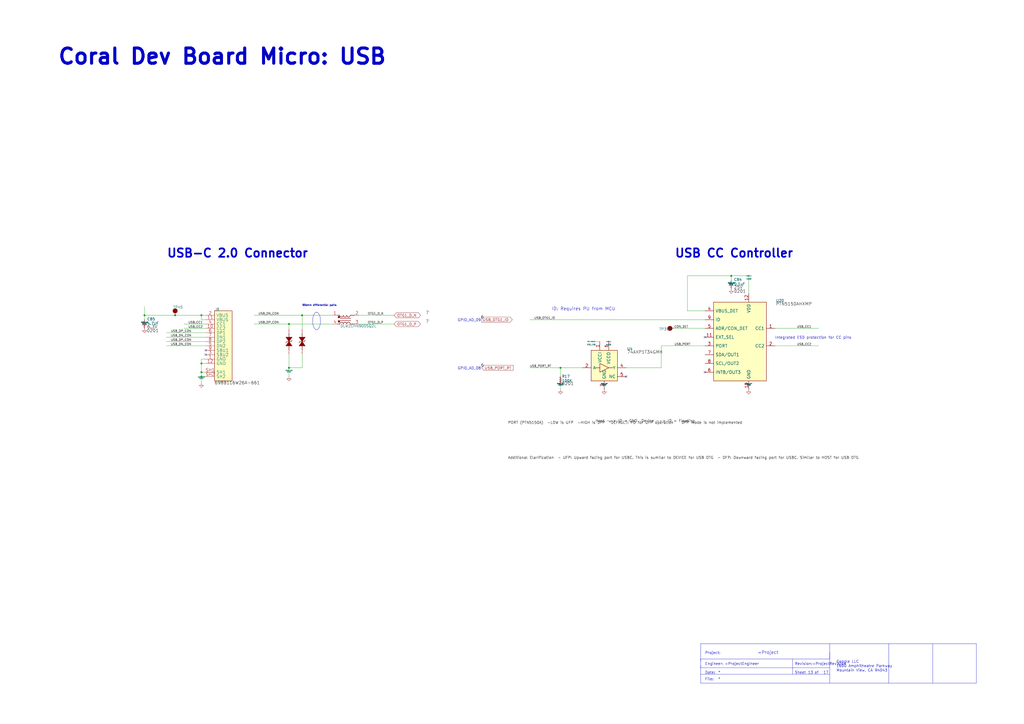
<source format=kicad_sch>
(kicad_sch (version 20230121) (generator eeschema)
  (paper "A2")
  (title_block (title "13 USB-SchDoc") (date "31 01 2024"))
  (lib_symbols
    (symbol "13 USB-SchDoc-rescue:CONN_EDAC_690-W16-290T131-" (pin_names (offset 1.016))
      (property "Reference" "J" (at 0 0 0))
      (property "Value" "CONN_EDAC_690-W16-290T131" (at 0 0 0))
      (symbol "CONN_EDAC_690-W16-290T131-_0_1"
        (rectangle (start 0 -40.64) (end 10.16 0) (stroke (width 0.254)) (fill (type background)))
        (pin power_in line (at -5.08 -27.94 0) (length 5.08) (name "GND") (number "1"))
        (pin passive line (at -5.08 -10.16 0) (length 5.08) (name "CC2") (number "10"))
        (pin power_in line (at -5.08 -5.08 0) (length 5.08) (name "VBUS") (number "11"))
        (pin power_in line (at -5.08 -30.48 0) (length 5.08) (name "GND") (number "12"))
        (pin power_in line (at -5.08 -2.54 0) (length 5.08) (name "VBUS") (number "2"))
        (pin passive line (at -5.08 -25.4 0) (length 5.08) (name "SBU2") (number "3"))
        (pin passive line (at -5.08 -7.62 0) (length 5.08) (name "CC1") (number "4"))
        (pin passive line (at -5.08 -20.32 0) (length 5.08) (name "DN2") (number "5"))
        (pin passive line (at -5.08 -12.7 0) (length 5.08) (name "DP1") (number "6"))
        (pin power_in line (at -5.08 -15.24 0) (length 5.08) (name "DN1") (number "7"))
        (pin power_in line (at -5.08 -17.78 0) (length 5.08) (name "DP2") (number "8"))
        (pin passive line (at -5.08 -22.86 0) (length 5.08) (name "SBU1") (number "9"))
        (pin passive line (at -5.08 -35.56 0) (length 5.08) (name "SH1") (number "SH1"))
        (pin passive line (at -5.08 -38.1 0) (length 5.08) (name "SH2") (number "SH2"))
      )
    )
    (symbol "13 USB-SchDoc-rescue:CONTROLLER_PTN5150AHXMP-" (pin_names (offset 1.016))
      (property "Reference" "U" (at 36.068 0 0))
      (property "Value" "CONTROLLER_PTN5150AHXMP" (at 0 0 0))
      (symbol "CONTROLLER_PTN5150AHXMP-_0_1"
        (rectangle (start 0 -45.72) (end 30.48 0) (stroke (width 0.254)) (fill (type background)))
        (pin bidirectional line (at 35.56 -15.24 180) (length 5.08) (name "CC1") (number "1"))
        (pin power_in line (at 20.32 -50.8 90) (length 5.08) (name "GND") (number "10"))
        (pin output line (at -5.08 -20.32 0) (length 5.08) (name "EXT_SEL") (number "11"))
        (pin power_in line (at 20.32 5.08 270) (length 5.08) (name "VDD") (number "12"))
        (pin bidirectional line (at 35.56 -25.4 180) (length 5.08) (name "CC2") (number "2"))
        (pin input line (at -5.08 -25.4 0) (length 5.08) (name "PORT") (number "3"))
        (pin input line (at -5.08 -5.08 0) (length 5.08) (name "VBUS_DET") (number "4"))
        (pin bidirectional line (at -5.08 -15.24 0) (length 5.08) (name "ADR/CON_DET") (number "5"))
        (pin output line (at -5.08 -40.64 0) (length 5.08) (name "INTB/OUT3") (number "6"))
        (pin bidirectional line (at -5.08 -30.48 0) (length 5.08) (name "SDA/OUT1") (number "7"))
        (pin bidirectional line (at -5.08 -35.56 0) (length 5.08) (name "SCL/OUT2") (number "8"))
        (pin output line (at -5.08 -10.16 0) (length 5.08) (name "ID") (number "9"))
      )
    )
    (symbol "13 USB-SchDoc-rescue:DIODE_BI-DIR_TRIG-" (pin_names (offset 1.016))
      (property "Reference" "IC" (at 0 0 0))
      (property "Value" "DIODE_BI-DIR_TRIG" (at 0 0 0))
      (symbol "DIODE_BI-DIR_TRIG-_0_1"
        (polyline (pts (xy 0 -2.54) (xy 2.54 -2.54)) (stroke (width 0.254)))
        (polyline (pts (xy 5.08 -3.81) (xy 5.842 -4.318)) (stroke (width 0.254)))
        (polyline (pts (xy 5.08 -1.27) (xy 4.318 -0.762)) (stroke (width 0.254)))
        (polyline (pts (xy 5.08 -1.27) (xy 5.08 -3.81)) (stroke (width 0.254)))
        (polyline (pts (xy 7.62 -2.54) (xy 10.16 -2.54)) (stroke (width 0.254)))
        (polyline (pts (xy 5.08 -2.54) (xy 5.08 -2.54) (xy 2.54 -4.318) (xy 2.54 -0.762) (xy 5.08 -2.54) (xy 5.08 -2.54)) (stroke (width 0.254)) (fill (type outline)))
        (polyline (pts (xy 5.08 -2.54) (xy 5.08 -2.54) (xy 7.62 -0.762) (xy 7.62 -4.318) (xy 5.08 -2.54) (xy 5.08 -2.54)) (stroke (width 0.254)) (fill (type outline)))
        (pin passive line (at -2.54 -2.54 0) (length 2.54) (name "1") (number "1"))
        (pin passive line (at 12.7 -2.54 180) (length 2.54) (name "2") (number "2"))
      )
    )
    (symbol "13 USB-SchDoc-rescue:IND_CMC_DLW21-" (pin_names (offset 1.016))
      (property "Reference" "IC" (at 0 0 0))
      (property "Value" "IND_CMC_DLW21" (at 1.778 -7.112 0))
      (symbol "IND_CMC_DLW21-_0_1"
        (polyline (pts (xy 0 -5.08) (xy 1.524 -5.08)) (stroke (width 0.254)))
        (polyline (pts (xy 0 0) (xy 1.524 0)) (stroke (width 0.254)))
        (polyline (pts (xy 1.778 -1.778) (xy 7.874 -1.778)) (stroke (width 0.254)))
        (polyline (pts (xy 7.874 -3.048) (xy 1.778 -3.048)) (stroke (width 0.254)))
        (polyline (pts (xy 10.16 -5.08) (xy 7.62 -5.08)) (stroke (width 0.254)))
        (polyline (pts (xy 10.16 0) (xy 7.62 0)) (stroke (width 0.254)))
        (polyline (pts (xy 1.016 -0.762) (xy 1.016 -0.762) (xy 1.016 -0.762)) (stroke (width 0.254)))
        (circle (center 1.016 -3.556) (radius 0.508) (stroke (width 0.254)) (fill (type outline)))
        (circle (center 1.016 -1.016) (radius 0.508) (stroke (width 0.254)) (fill (type outline)))
        (pin passive line (at -2.54 0 0) (length 2.54) (name "1") (number "1"))
        (pin passive line (at 12.7 0 180) (length 2.54) (name "2") (number "2"))
        (pin passive line (at 12.7 -5.08 180) (length 2.54) (name "3") (number "3"))
        (pin passive line (at -2.54 -5.08 0) (length 2.54) (name "4") (number "4"))
      )
      (symbol "IND_CMC_DLW21-_1_1"
        (arc (start 1.524 0) (mid 1.6527 -0.4949) (end 2.0066 -0.8636) (stroke (width 0.254)))
        (arc (start 2.0066 -4.191) (mid 1.6378 -4.5692) (end 1.524 -5.08) (stroke (width 0.254)))
        (arc (start 2.0066 -0.8636) (mid 2.5178 -1.0148) (end 3.0226 -0.8636) (stroke (width 0.254)))
        (arc (start 3.0226 -4.191) (mid 2.5182 -4.0687) (end 2.0066 -4.191) (stroke (width 0.254)))
        (arc (start 3.0226 -0.8636) (mid 3.3933 -0.5006) (end 3.556 0) (stroke (width 0.254)))
        (arc (start 3.556 -5.08) (mid 3.4131 -4.5605) (end 3.0226 -4.191) (stroke (width 0.254)))
        (arc (start 3.556 0) (mid 3.6847 -0.4949) (end 4.0386 -0.8636) (stroke (width 0.254)))
        (arc (start 4.0386 -4.191) (mid 3.6698 -4.5692) (end 3.556 -5.08) (stroke (width 0.254)))
        (arc (start 4.0386 -0.8636) (mid 4.5498 -1.0148) (end 5.0546 -0.8636) (stroke (width 0.254)))
        (arc (start 5.0546 -4.191) (mid 4.5502 -4.0687) (end 4.0386 -4.191) (stroke (width 0.254)))
        (arc (start 5.0546 -0.8636) (mid 5.4253 -0.5006) (end 5.588 0) (stroke (width 0.254)))
        (arc (start 5.588 -5.08) (mid 5.4451 -4.5605) (end 5.0546 -4.191) (stroke (width 0.254)))
        (arc (start 5.588 0) (mid 5.7167 -0.4949) (end 6.0706 -0.8636) (stroke (width 0.254)))
        (arc (start 6.0706 -4.191) (mid 5.7018 -4.5692) (end 5.588 -5.08) (stroke (width 0.254)))
        (arc (start 6.0706 -0.8636) (mid 6.5818 -1.0148) (end 7.0866 -0.8636) (stroke (width 0.254)))
        (arc (start 7.0866 -4.191) (mid 6.5822 -4.0687) (end 6.0706 -4.191) (stroke (width 0.254)))
        (arc (start 7.0866 -0.8636) (mid 7.4573 -0.5006) (end 7.62 0) (stroke (width 0.254)))
        (arc (start 7.62 -5.08) (mid 7.4771 -4.5605) (end 7.0866 -4.191) (stroke (width 0.254)))
      )
    )
    (symbol "13 USB-SchDoc-rescue:TESTPAD_30MIL-" (pin_names (offset 1.016))
      (property "Reference" "TP" (at -1.27 3.81 0))
      (property "Value" "TESTPAD_30MIL" (at 0 0 0))
      (symbol "TESTPAD_30MIL-_0_1"
        (circle (center 2.54 0) (radius 1.27) (stroke (width 0.254)) (fill (type outline)))
        (pin passive line (at 0 0 0) (length 1.27) (name "P") (number "1"))
      )
    )
    (symbol "13 USB-SchDoc-rescue:TRANSLATOR_74AXP1T34GMH-" (pin_names (offset 1.016))
      (property "Reference" "U" (at 20.828 0 0))
      (property "Value" "TRANSLATOR_74AXP1T34GMH" (at 0 0 0))
      (symbol "TRANSLATOR_74AXP1T34GMH-_0_1"
        (rectangle (start 0 -17.78) (end 15.24 0) (stroke (width 0.254)) (fill (type background)))
        (polyline (pts (xy 5.08 -10.16) (xy 2.54 -10.16)) (stroke (width 0.254)))
        (polyline (pts (xy 10.16 -10.16) (xy 12.7 -10.16)) (stroke (width 0.254)))
        (polyline (pts (xy 5.08 -7.62) (xy 5.08 -12.7) (xy 10.16 -10.16) (xy 5.08 -7.62)) (stroke (width 0.254)))
        (pin power_in line (at 5.08 5.08 270) (length 5.08) (name "VCCI") (number "1"))
        (pin input line (at -5.08 -10.16 0) (length 5.08) (name "A") (number "2"))
        (pin power_in line (at 7.62 -22.86 90) (length 5.08) (name "GND") (number "3"))
        (pin output line (at 20.32 -10.16 180) (length 5.08) (name "Y") (number "4"))
        (pin passive line (at 20.32 -15.24 180) (length 5.08) (name "NC") (number "5"))
        (pin power_in line (at 10.16 5.08 270) (length 5.08) (name "VCCO") (number "6"))
      )
    )
    (symbol "13 USB-SchDoc-rescue:__Template_Cap-" (pin_names (offset 1.016))
      (property "Reference" "C" (at 1.524 -0.508 0))
      (property "Value" "__Template_Cap" (at 0 0 0))
      (symbol "__Template_Cap-_0_1"
        (polyline (pts (xy 1.27 -3.048) (xy -1.27 -3.048)) (stroke (width 0.254)))
        (polyline (pts (xy 1.27 -2.032) (xy -1.27 -2.032)) (stroke (width 0.254)))
        (pin passive line (at 0 0 270) (length 2.032) (name "P") (number "1"))
        (pin passive line (at 0 -5.08 90) (length 2.032) (name "P") (number "2"))
      )
    )
    (symbol "13 USB-SchDoc-rescue:__Template_Resistor-" (pin_names (offset 1.016))
      (property "Reference" "R" (at 0.762 4.318 0))
      (property "Value" "__Template_Resistor" (at 0 0 0))
      (symbol "__Template_Resistor-_0_1"
        (polyline (pts (xy 1.016 0) (xy 1.27 0.508) (xy 1.778 -0.508) (xy 2.286 0.508) (xy 2.794 -0.508) (xy 3.302 0.508) (xy 3.81 -0.508) (xy 4.064 0)) (stroke (width 0.254)))
        (pin passive line (at 0 0 0) (length 1.016) (name "P") (number "1"))
        (pin passive line (at 5.08 0 180) (length 1.016) (name "P") (number "2"))
      )
    )
    (symbol "power:GND" (power) (pin_names (offset 0))
      (property "Value" "GND" (at 0 -3.81 0))
      (symbol "GND_0_1"
        (polyline (pts (xy 0 0) (xy 0 -1.27) (xy 1.27 -1.27) (xy 0 -2.54) (xy -1.27 -1.27) (xy 0 -1.27)))
      )
      (symbol "GND_1_1"
        (pin power_in line (at 0 0 270) (length 0) hide (name "GND") (number "1"))
      )
    )
  )
  (junction (at 167.64 187.96))
  (junction (at 116.84 182.88))
  (junction (at 116.84 210.82))
  (junction (at 167.64 213.36))
  (junction (at 116.84 215.9))
  (junction (at 116.84 218.44))
  (junction (at 175.26 182.88))
  (junction (at 424.18 160.02))
  (junction (at 101.6 182.88))
  (junction (at 83.82 182.88))
  (junction (at 325.12 213.36))
  (no_connect (at 119.38 205.74))
  (no_connect (at 408.94 195.58))
  (no_connect (at 119.38 203.2))
  (no_connect (at 363.22 218.44))
  (no_connect (at 408.94 215.9))
  (wire (pts (xy 119.38 208.28) (xy 116.84 208.28)))
  (wire (pts (xy 424.18 160.02) (xy 398.78 160.02)))
  (wire (pts (xy 434.34 170.18) (xy 434.34 160.02)))
  (polyline (pts (xy 406.4 373.38) (xy 566.42 373.38)))
  (wire (pts (xy 474.98 190.5) (xy 449.58 190.5)))
  (polyline (pts (xy 183.261 191.1858) (xy 183.642 191.262)))
  (polyline (pts (xy 184.658 181.6354) (xy 184.3278 181.3306)))
  (wire (pts (xy 96.52 195.58) (xy 119.38 195.58)))
  (wire (pts (xy 96.52 193.04) (xy 119.38 193.04)))
  (polyline (pts (xy 481.33 396.24) (xy 481.33 391.16)))
  (wire (pts (xy 116.84 182.88) (xy 101.6 182.88)))
  (wire (pts (xy 116.84 185.42) (xy 116.84 182.88)))
  (polyline (pts (xy 566.42 396.24) (xy 566.42 373.38)))
  (polyline (pts (xy 183.9976 181.1528) (xy 183.6166 181.102)))
  (polyline (pts (xy 181.3814 186.9694) (xy 181.4576 187.7314)))
  (polyline (pts (xy 182.6006 190.7032) (xy 182.9308 191.008)))
  (polyline (pts (xy 183.6166 181.102) (xy 183.261 181.1528)))
  (wire (pts (xy 325.12 223.52) (xy 325.12 226.06)))
  (polyline (pts (xy 185.4708 183.1848) (xy 185.2422 182.5752)))
  (polyline (pts (xy 185.674 183.8706) (xy 185.4708 183.1848)))
  (wire (pts (xy 193.04 182.88) (xy 175.26 182.88)))
  (wire (pts (xy 83.82 182.88) (xy 83.82 177.8)))
  (polyline (pts (xy 183.642 191.262) (xy 183.9976 191.1858)))
  (wire (pts (xy 434.34 160.02) (xy 424.18 160.02)))
  (polyline (pts (xy 184.9628 182.0672) (xy 184.658 181.6354)))
  (polyline (pts (xy 541.02 396.24) (xy 541.02 373.38)))
  (wire (pts (xy 116.84 218.44) (xy 116.84 222.25)))
  (polyline (pts (xy 185.8772 185.3692) (xy 185.801 184.6072)))
  (polyline (pts (xy 406.4 391.16) (xy 481.33 391.16)))
  (wire (pts (xy 167.64 187.96) (xy 193.04 187.96)))
  (wire (pts (xy 398.78 160.02) (xy 398.78 180.34)))
  (polyline (pts (xy 406.4 396.24) (xy 406.4 373.38)))
  (polyline (pts (xy 182.6006 181.6354) (xy 182.2958 182.0672)))
  (wire (pts (xy 83.82 185.42) (xy 83.82 182.88)))
  (polyline (pts (xy 459.74 391.16) (xy 459.74 382.27)))
  (polyline (pts (xy 185.801 187.7314) (xy 185.8772 186.9694)))
  (wire (pts (xy 175.26 205.74) (xy 175.26 213.36)))
  (wire (pts (xy 96.52 198.12) (xy 119.38 198.12)))
  (wire (pts (xy 383.54 213.36) (xy 363.22 213.36)))
  (wire (pts (xy 116.84 210.82) (xy 119.38 210.82)))
  (polyline (pts (xy 184.3278 181.3306) (xy 183.9976 181.1528)))
  (wire (pts (xy 119.38 187.96) (xy 106.68 187.96)))
  (polyline (pts (xy 183.9976 191.1858) (xy 184.3278 191.008)))
  (polyline (pts (xy 181.7878 189.1538) (xy 182.0164 189.7634)))
  (wire (pts (xy 325.12 213.36) (xy 307.34 213.36)))
  (polyline (pts (xy 181.3814 185.3692) (xy 181.356 186.182)))
  (polyline (pts (xy 182.9308 191.008) (xy 183.261 191.1858)))
  (polyline (pts (xy 481.33 387.35) (xy 406.4 387.35)))
  (wire (pts (xy 383.54 200.66) (xy 383.54 213.36)))
  (polyline (pts (xy 183.261 181.1528) (xy 182.9308 181.3306)))
  (polyline (pts (xy 406.4 396.24) (xy 566.42 396.24)))
  (wire (pts (xy 116.84 208.28) (xy 116.84 210.82)))
  (wire (pts (xy 474.98 200.66) (xy 449.58 200.66)))
  (wire (pts (xy 175.26 182.88) (xy 175.26 190.5)))
  (polyline (pts (xy 185.801 184.6072) (xy 185.674 183.8706)))
  (polyline (pts (xy 182.9308 181.3306) (xy 182.6006 181.6354)))
  (polyline (pts (xy 185.928 186.1566) (xy 185.8772 185.3692)))
  (wire (pts (xy 228.6 187.96) (xy 208.28 187.96)))
  (polyline (pts (xy 181.4576 187.7314) (xy 181.5846 188.468)))
  (polyline (pts (xy 181.5846 183.8706) (xy 181.4576 184.6072)))
  (wire (pts (xy 147.32 187.96) (xy 167.64 187.96)))
  (wire (pts (xy 147.32 182.88) (xy 175.26 182.88)))
  (wire (pts (xy 119.38 185.42) (xy 116.84 185.42)))
  (wire (pts (xy 96.52 200.66) (xy 119.38 200.66)))
  (wire (pts (xy 119.38 218.44) (xy 116.84 218.44)))
  (polyline (pts (xy 185.2422 189.7634) (xy 185.4708 189.1538)))
  (polyline (pts (xy 181.4576 184.6072) (xy 181.3814 185.3692)))
  (wire (pts (xy 408.94 185.42) (xy 307.34 185.42)))
  (wire (pts (xy 408.94 200.66) (xy 383.54 200.66)))
  (polyline (pts (xy 406.4 382.27) (xy 406.4 383.54)))
  (wire (pts (xy 337.82 213.36) (xy 325.12 213.36)))
  (wire (pts (xy 228.6 182.88) (xy 208.28 182.88)))
  (wire (pts (xy 175.26 213.36) (xy 167.64 213.36)))
  (wire (pts (xy 119.38 190.5) (xy 106.68 190.5)))
  (polyline (pts (xy 481.33 378.46) (xy 481.33 387.35)))
  (polyline (pts (xy 481.33 382.27) (xy 406.4 382.27)))
  (wire (pts (xy 398.78 180.34) (xy 408.94 180.34)))
  (polyline (pts (xy 181.356 186.182) (xy 181.3814 186.9694)))
  (wire (pts (xy 167.64 187.96) (xy 167.64 190.5)))
  (wire (pts (xy 167.64 213.36) (xy 167.64 218.44)))
  (polyline (pts (xy 185.2422 182.5752) (xy 184.9628 182.0672)))
  (polyline (pts (xy 182.2958 182.0672) (xy 182.0164 182.5752)))
  (polyline (pts (xy 181.7878 183.1848) (xy 181.5846 183.8706)))
  (polyline (pts (xy 182.2958 190.2714) (xy 182.6006 190.7032)))
  (polyline (pts (xy 515.62 396.24) (xy 515.62 373.38)))
  (wire (pts (xy 167.64 213.36) (xy 167.64 205.74)))
  (polyline (pts (xy 184.9628 190.2714) (xy 185.2422 189.7634)))
  (polyline (pts (xy 184.3278 191.008) (xy 184.658 190.7032)))
  (polyline (pts (xy 481.33 373.38) (xy 481.33 382.27)))
  (polyline (pts (xy 185.674 188.468) (xy 185.801 187.7314)))
  (polyline (pts (xy 481.33 391.16) (xy 481.33 387.35)))
  (wire (pts (xy 119.38 215.9) (xy 116.84 215.9)))
  (wire (pts (xy 116.84 210.82) (xy 116.84 215.9)))
  (polyline (pts (xy 185.8772 186.9694) (xy 185.928 186.1566)))
  (wire (pts (xy 116.84 215.9) (xy 116.84 218.44)))
  (polyline (pts (xy 406.4 387.35) (xy 406.4 386.08)))
  (wire (pts (xy 119.38 182.88) (xy 116.84 182.88)))
  (wire (pts (xy 424.18 160.02) (xy 424.18 162.56)))
  (polyline (pts (xy 181.5846 188.468) (xy 181.7878 189.1538)))
  (polyline (pts (xy 182.0164 182.5752) (xy 181.7878 183.1848)))
  (polyline (pts (xy 182.0164 189.7634) (xy 182.2958 190.2714)))
  (wire (pts (xy 391.16 190.5) (xy 408.94 190.5)))
  (wire (pts (xy 347.98 198.12) (xy 342.9 198.12)))
  (wire (pts (xy 325.12 213.36) (xy 325.12 218.44)))
  (polyline (pts (xy 184.658 190.7032) (xy 184.9628 190.2714)))
  (polyline (pts (xy 185.4708 189.1538) (xy 185.674 188.468)))
  (wire (pts (xy 101.6 182.88) (xy 83.82 182.88)))
  (text "Google LLC" (at 485.14 384.81 0) (effects (font (size 1.524 1.524)) (justify left bottom)))
  (text "*" (at 416.56 391.16 0) (effects (font (size 1.524 1.524)) (justify left bottom)))
  (text "=Project" (at 439.42 379.73 0) (effects (font (size 1.8288 1.8288)) (justify left bottom)))
  (text "Date:" (at 408.94 391.16 0) (effects (font (size 1.524 1.524)) (justify left bottom)))
  (text "Mountain View, CA 94043" (at 485.14 389.89 0) (effects (font (size 1.524 1.524)) (justify left bottom)))
  (text "Coral Dev Board Micro: USB" (at 33.02 38.1 0) (effects (font (size 8.8392 8.8392) (thickness 1.7678) bold) (justify left bottom)))
  (text "17" (at 477.52 391.16 0) (effects (font (size 1.524 1.524)) (justify left bottom)))
  (text "File:" (at 408.94 394.97 0) (effects (font (size 1.524 1.524)) (justify left bottom)))
  (text "Integrated ESD protection for CC pins" (at 449.58 196.85 0) (effects (font (size 1.524 1.524)) (justify left bottom)))
  (text "90ohm differential pairs" (at 175.26 177.8 0) (effects (font (size 1.0668 1.0668) (thickness 0.2134) bold) (justify left bottom)))
  (text "*" (at 416.56 394.97 0) (effects (font (size 1.524 1.524)) (justify left bottom)))
  (text "Sheet" (at 461.01 391.16 0) (effects (font (size 1.524 1.524)) (justify left bottom)))
  (text "USB CC Controller" (at 391.16 149.86 0) (effects (font (size 4.8768 4.8768) (thickness 0.9754) bold) (justify left bottom)))
  (text "=ProjectRevision" (at 471.17 386.08 0) (effects (font (size 1.524 1.524)) (justify left bottom)))
  (text "USB-C 2.0 Connector" (at 96.52 149.86 0) (effects (font (size 4.8768 4.8768) (thickness 0.9754) bold) (justify left bottom)))
  (text "Engineer:" (at 408.94 386.08 0) (effects (font (size 1.524 1.524)) (justify left bottom)))
  (text "ID: Requires PU from MCU" (at 320.04 180.34 0) (effects (font (size 1.8288 1.8288)) (justify left bottom)))
  (text "GPIO_AD_08" (at 265.43 214.63 0) (effects (font (size 1.524 1.524)) (justify left bottom)))
  (text "of" (at 472.44 391.16 0) (effects (font (size 1.524 1.524)) (justify left bottom)))
  (text "13" (at 468.63 391.16 0) (effects (font (size 1.524 1.524)) (justify left bottom)))
  (text "=ProjectEngineer" (at 420.37 386.08 0) (effects (font (size 1.524 1.524)) (justify left bottom)))
  (text "1600 Amphitheatre Parkway" (at 485.14 387.35 0) (effects (font (size 1.524 1.524)) (justify left bottom)))
  (text "Revision:" (at 461.01 386.08 0) (effects (font (size 1.524 1.524)) (justify left bottom)))
  (text "GPIO_AD_09" (at 265.43 186.69 0) (effects (font (size 1.524 1.524)) (justify left bottom)))
  (text "Project:" (at 408.94 379.73 0) (effects (font (size 1.524 1.524)) (justify left bottom)))
  (label "6" (at 278.892 185.42 0) (effects (font (size 1.778 1.778))))
  (label "USB_DN_CON" (at 149.86 182.88 0) (effects (font (size 1.2192 1.2192))))
  (label "USB_PORT" (at 391.16 200.66 0) (effects (font (size 1.2192 1.2192))))
  (label "USB_DN_CON" (at 99.06 195.58 0) (effects (font (size 1.2192 1.2192))))
  (label "OTG1_D_P" (at 213.36 187.96 0) (effects (font (size 1.2192 1.2192))))
  (label "6.3V" (at 85.344 191.008 0) (effects (font (size 1.778 1.778))))
  (label "Host --> ID = GND  Device --> ID = Floating" (at 345.44 245.364 0) (effects (font (size 1.524 1.524))))
  (label "USB_CC1" (at 462.28 190.5 0) (effects (font (size 1.2192 1.2192))))
  (label "OTG1_D_N" (at 213.36 182.88 0) (effects (font (size 1.2192 1.2192))))
  (label "USB_CC1" (at 109.22 187.96 0) (effects (font (size 1.2192 1.2192))))
  (label "74AXP1T34GMH" (at 363.728 205.74 0) (effects (font (size 1.778 1.778))))
  (label "6" (at 278.892 213.36 0) (effects (font (size 1.778 1.778))))
  (label "USB_DP_CON" (at 149.86 187.96 0) (effects (font (size 1.2192 1.2192))))
  (label "PTN5150AHXMP" (at 450.088 177.8 0) (effects (font (size 1.778 1.778))))
  (label "7" (at 246.888 182.88 0) (effects (font (size 1.778 1.778))))
  (label "USB_DN_CON" (at 99.06 200.66 0) (effects (font (size 1.2192 1.2192))))
  (label "USB_DP_CON" (at 99.06 193.04 0) (effects (font (size 1.2192 1.2192))))
  (label "7" (at 246.888 187.96 0) (effects (font (size 1.778 1.778))))
  (label "25V" (at 425.704 168.148 0) (effects (font (size 1.778 1.778))))
  (label "USB_OTG1_ID" (at 309.88 185.42 0) (effects (font (size 1.2192 1.2192))))
  (label "PORT (PTN5150A)  -LOW is UFP  -HIGH is DFP  *DEFAULT: PD for UFP operation    DFP mode is not implemented" (at 294.64 246.38 0) (effects (font (size 1.524 1.524))))
  (label "Additional Clarification  - UFP: Upward facing port for USBC. This is sumilar to DEVICE for USB OTG  - DFP: Downward facing port for USBC. Similar to HOST for USB OTG" (at 294.64 266.7 0) (effects (font (size 1.524 1.524))))
  (label "USB_PORT_RT" (at 307.34 213.36 0) (effects (font (size 1.2192 1.2192))))
  (label "USB_CC2" (at 109.22 190.5 0) (effects (font (size 1.2192 1.2192))))
  (label "0201" (at 85.09 193.294 0) (effects (font (size 1.778 1.778))))
  (label "0201" (at 325.882 224.028 0) (effects (font (size 1.778 1.778))))
  (label "CON_DET" (at 391.16 190.5 0) (effects (font (size 1.2192 1.2192))))
  (label "USB_DP_CON" (at 99.06 198.12 0) (effects (font (size 1.2192 1.2192))))
  (label "USB_CC2" (at 462.28 200.66 0) (effects (font (size 1.2192 1.2192))))
  (label "0201" (at 425.704 170.434 0) (effects (font (size 1.778 1.778))))
  (label "698B116W26A-661" (at 124.46 223.52 0) (effects (font (size 1.778 1.778))))
  (global_label "USB_PORT_RT" (shape input) (at 279.4 213.36 0) (effects (font (size 1.524 1.524))) (property "Intersheetrefs" "${INTERSHEET_REFS}" (effects hide)))
  (global_label "OTG1_D_N" (shape bidirectional) (at 228.6 182.88 0) (effects (font (size 1.524 1.524))) (property "Intersheetrefs" "${INTERSHEET_REFS}" (effects hide)))
  (global_label "USB_OTG1_ID" (shape output) (at 279.4 185.42 0) (effects (font (size 1.524 1.524))) (property "Intersheetrefs" "${INTERSHEET_REFS}" (effects hide)))
  (global_label "OTG1_D_P" (shape bidirectional) (at 228.6 187.96 0) (effects (font (size 1.524 1.524))) (property "Intersheetrefs" "${INTERSHEET_REFS}" (effects hide)))
  (symbol (lib_id "13 USB-SchDoc-rescue:__Template_Resistor-") (at 325.12 223.52 90) (unit 1)
    (property "Reference" "R17" (at 325.882 219.202 90) (effects (font (size 1.524 1.524)) (justify right top)))
    (property "Value" "100K" (at 325.882 221.742 90) (effects (font (size 1.524 1.524)) (justify right top)))
    (property "Package" "0201" (effects hide))
  )
  (symbol (lib_id "13 USB-SchDoc-rescue:TESTPAD_30MIL-") (at 101.6 182.88 90) (unit 1)
    (property "Reference" "TP45" (at 100.33 179.07 90) (effects (font (size 1.524 1.524)) (justify right top)))
  )
  (symbol (lib_id "13 USB-SchDoc-rescue:TESTPAD_30MIL-") (at 391.16 190.5 180) (unit 1)
    (property "Reference" "TP39" (at 382.27 191.77 0) (effects (font (size 1.524 1.524)) (justify right top)))
  )
  (symbol (lib_id "13 USB-SchDoc-rescue:__Template_Cap-") (at 424.18 162.56 0) (unit 1)
    (property "Reference" "C84" (at 425.704 163.068 0) (effects (font (size 1.524 1.524)) (justify left bottom)))
    (property "Value" "0.1uF" (at 425.704 165.608 0) (effects (font (size 1.524 1.524)) (justify left bottom)))
    (property "Package" "0201" (effects hide))
    (property "Voltage" "25V" (effects hide))
    (property "CrossRef" "6" (effects hide))
  )
  (symbol (lib_id "13 USB-SchDoc-rescue:DIODE_BI-DIR_TRIG-") (at 172.72 203.2 90) (unit 1)
    (property "Reference" "IC?" (effects hide))
    (property "CrossRef" "7" (effects hide))
    (property "CrossRef" "7" (effects hide))
    (property "CrossRef" "6" (effects hide))
  )
  (symbol (lib_id "13 USB-SchDoc-rescue:DIODE_BI-DIR_TRIG-") (at 165.1 203.2 90) (unit 1)
    (property "Reference" "IC?" (effects hide))
  )
  (symbol (lib_id "13 USB-SchDoc-rescue:__Template_Cap-") (at 83.82 185.42 0) (unit 1)
    (property "Reference" "C85" (at 85.344 185.928 0) (effects (font (size 1.524 1.524)) (justify left bottom)))
    (property "Value" "4.7UF" (at 85.344 188.468 0) (effects (font (size 1.524 1.524)) (justify left bottom)))
    (property "Package" "0201" (effects hide))
    (property "Voltage" "6.3V" (effects hide))
  )
  (symbol (lib_id "13 USB-SchDoc-rescue:IND_CMC_DLW21-") (at 195.58 182.88 0) (unit 1)
    (property "Reference" "IC?" (effects hide))
    (property "Value" "DLW21HN900SQ2L" (at 197.358 189.992 0) (effects (font (size 1.524 1.524)) (justify left bottom)))
  )
  (symbol (lib_id "13 USB-SchDoc-rescue:CONN_EDAC_690-W16-290T131-") (at 124.46 180.34 0) (unit 1)
    (property "Reference" "J8" (at 124.46 180.34 0) (effects (font (size 1.524 1.524)) (justify left bottom)))
    (property "MFG P/N" "698B116W26A-661" (effects hide))
  )
  (symbol (lib_id "13 USB-SchDoc-rescue:TRANSLATOR_74AXP1T34GMH-") (at 342.9 203.2 0) (unit 1)
    (property "Reference" "U4" (at 363.728 203.2 0) (effects (font (size 1.524 1.524)) (justify left bottom)))
    (property "MFG P/N" "74AXP1T34GMH" (effects hide))
  )
  (symbol (lib_id "13 USB-SchDoc-rescue:CONTROLLER_PTN5150AHXMP-") (at 414.02 175.26 0) (unit 1)
    (property "Reference" "U20" (at 450.088 175.26 0) (effects (font (size 1.524 1.524)) (justify left bottom)))
    (property "MFG P/N" "PTN5150AHXMP" (effects hide))
  )
  (symbol (lib_id "power:+VDD_1V8") (at 342.9 198.12 0) (unit 1)
    (property "Reference" "VDD_1V8_25" (at 342.9 198.12 0) (effects (font (size 0.508 0.508))))
    (property "Value" "VDD_1V8" (at 342.9 199.898 0) (effects (font (size 0.762 0.762))))
  )
  (symbol (lib_id "power:VUSB") (at 353.06 198.12 0) (unit 1)
    (property "Reference" "VUSB_5" (at 353.06 198.12 0) (effects (font (size 0.508 0.508))))
    (property "Value" "VUSB" (at 353.06 199.898 0) (effects (font (size 0.762 0.762))))
  )
  (symbol (lib_id "power:GND") (at 350.52 226.06 0) (unit 1)
    (property "Reference" "GND_132" (at 350.52 222.504 0) (effects (font (size 0.508 0.508))))
    (property "Value" "GND" (at 350.52 223.266 0) (effects (font (size 0.762 0.762))))
  )
  (symbol (lib_id "power:GND") (at 325.12 226.06 0) (unit 1)
    (property "Reference" "GND_131" (at 325.12 222.504 0) (effects (font (size 0.508 0.508))))
    (property "Value" "GND" (at 325.12 223.266 0) (effects (font (size 0.762 0.762))))
  )
  (symbol (lib_id "power:GND") (at 83.82 190.5 0) (unit 1)
    (property "Reference" "GND_130" (at 83.82 186.944 0) (effects (font (size 0.508 0.508))))
    (property "Value" "GND" (at 83.82 187.706 0) (effects (font (size 0.762 0.762))))
  )
  (symbol (lib_id "power:GND") (at 116.84 222.25 0) (unit 1)
    (property "Reference" "GND_129" (at 116.84 218.694 0) (effects (font (size 0.508 0.508))))
    (property "Value" "GND" (at 116.84 219.456 0) (effects (font (size 0.762 0.762))))
  )
  (symbol (lib_id "power:VUSB") (at 83.82 177.8 0) (unit 1)
    (property "Reference" "VUSB_4" (at 83.82 177.8 0) (effects (font (size 0.508 0.508))))
    (property "Value" "VUSB" (at 83.82 179.578 0) (effects (font (size 0.762 0.762))))
  )
  (symbol (lib_id "power:VUSB") (at 434.34 160.02 0) (unit 1)
    (property "Reference" "VUSB_3" (at 434.34 160.02 0) (effects (font (size 0.508 0.508))))
    (property "Value" "VUSB" (at 434.34 161.798 0) (effects (font (size 0.762 0.762))))
  )
  (symbol (lib_id "power:GND") (at 424.18 167.64 0) (unit 1)
    (property "Reference" "GND_128" (at 424.18 164.084 0) (effects (font (size 0.508 0.508))))
    (property "Value" "GND" (at 424.18 164.846 0) (effects (font (size 0.762 0.762))))
  )
  (symbol (lib_id "power:GND") (at 434.34 226.06 0) (unit 1)
    (property "Reference" "GND_127" (at 434.34 222.504 0) (effects (font (size 0.508 0.508))))
    (property "Value" "GND" (at 434.34 223.266 0) (effects (font (size 0.762 0.762))))
  )
  (symbol (lib_id "power:GND") (at 167.64 218.44 0) (unit 1)
    (property "Reference" "GND_126" (at 167.64 214.884 0) (effects (font (size 0.508 0.508))))
    (property "Value" "GND" (at 167.64 215.646 0) (effects (font (size 0.762 0.762))))
  )
)
</source>
